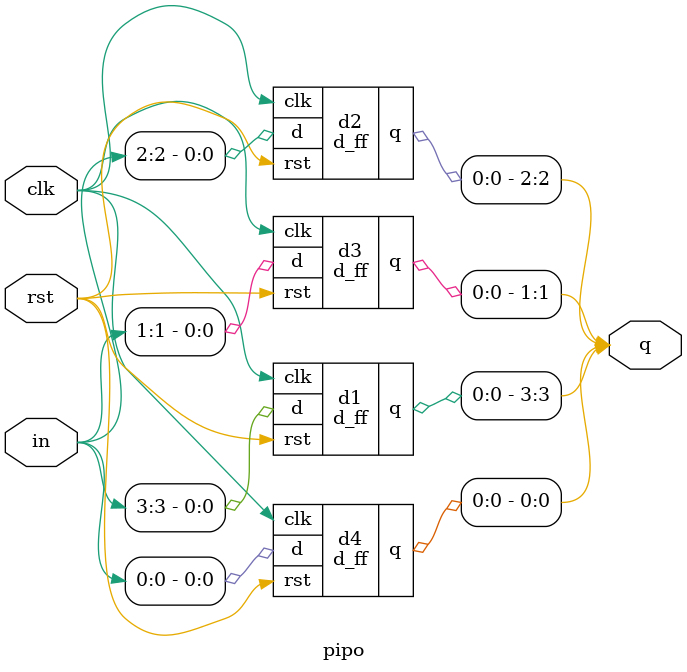
<source format=v>
module d_ff(input d,clk,rst,
	    output reg q);
always@(posedge clk or posedge rst)
begin
if (rst)
q <= 0;
else
q<=d;
end
endmodule
module pipo(
	input clk,rst,
	input [3:0]in,
	output  [3:0]q);
		d_ff d1(.d(in[3]),.clk(clk),.rst(rst),.q(q[3]));
		d_ff d2(.d(in[2]),.clk(clk),.rst(rst),.q(q[2]));
		d_ff d3(.d(in[1]),.clk(clk),.rst(rst),.q(q[1]));
		d_ff d4(.d(in[0]),.clk(clk),.rst(rst),.q(q[0]));

	endmodule


</source>
